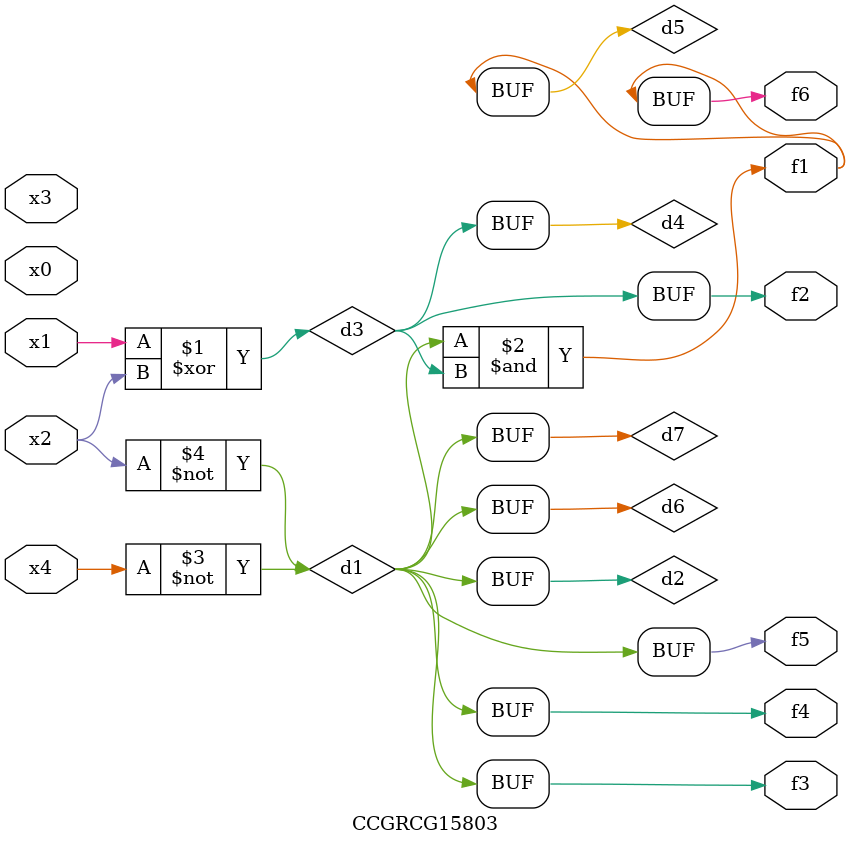
<source format=v>
module CCGRCG15803(
	input x0, x1, x2, x3, x4,
	output f1, f2, f3, f4, f5, f6
);

	wire d1, d2, d3, d4, d5, d6, d7;

	not (d1, x4);
	not (d2, x2);
	xor (d3, x1, x2);
	buf (d4, d3);
	and (d5, d1, d3);
	buf (d6, d1, d2);
	buf (d7, d2);
	assign f1 = d5;
	assign f2 = d4;
	assign f3 = d7;
	assign f4 = d7;
	assign f5 = d7;
	assign f6 = d5;
endmodule

</source>
